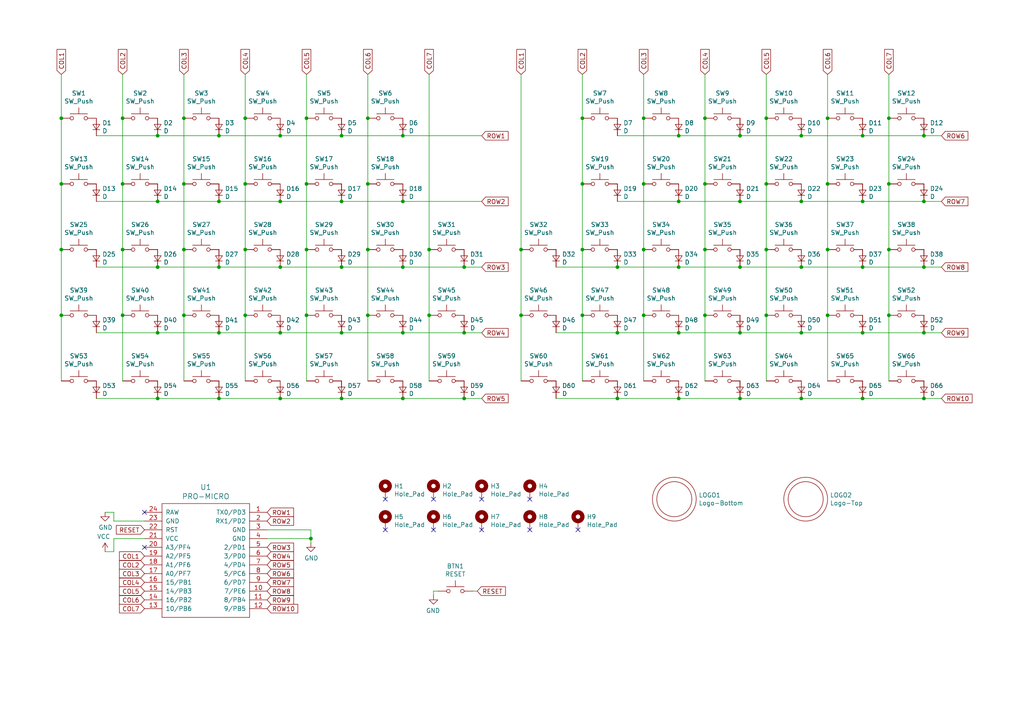
<source format=kicad_sch>
(kicad_sch (version 20211123) (generator eeschema)
  (paper "A4")
  (title_block (title "Morizon Choc") (date "2022-03-21") (rev "1.1") (company "skarrmann"))
  (junction (at 99.06 77.47))
  (junction (at 267.97 58.42))
  (junction (at 232.41 115.57))
  (junction (at 196.85 115.57))
  (junction (at 106.68 91.44))
  (junction (at 179.07 96.52))
  (junction (at 35.56 72.39))
  (junction (at 250.19 39.37))
  (junction (at 250.19 96.52))
  (junction (at 71.12 72.39))
  (junction (at 151.13 72.39))
  (junction (at 35.56 53.34))
  (junction (at 204.47 53.34))
  (junction (at 240.03 34.29))
  (junction (at 17.78 34.29))
  (junction (at 179.07 115.57))
  (junction (at 214.63 96.52))
  (junction (at 214.63 39.37))
  (junction (at 53.34 53.34))
  (junction (at 53.34 91.44))
  (junction (at 186.69 53.34))
  (junction (at 45.72 96.52))
  (junction (at 90.17 156.21))
  (junction (at 179.07 77.47))
  (junction (at 81.28 96.52))
  (junction (at 257.81 53.34))
  (junction (at 124.46 91.44))
  (junction (at 214.63 58.42))
  (junction (at 88.9 91.44))
  (junction (at 17.78 91.44))
  (junction (at 151.13 91.44))
  (junction (at 240.03 72.39))
  (junction (at 232.41 39.37))
  (junction (at 186.69 91.44))
  (junction (at 53.34 72.39))
  (junction (at 88.9 34.29))
  (junction (at 168.91 53.34))
  (junction (at 222.25 53.34))
  (junction (at 186.69 34.29))
  (junction (at 267.97 39.37))
  (junction (at 53.34 34.29))
  (junction (at 63.5 39.37))
  (junction (at 257.81 91.44))
  (junction (at 71.12 91.44))
  (junction (at 106.68 34.29))
  (junction (at 106.68 53.34))
  (junction (at 222.25 72.39))
  (junction (at 250.19 77.47))
  (junction (at 116.84 39.37))
  (junction (at 240.03 53.34))
  (junction (at 196.85 58.42))
  (junction (at 88.9 72.39))
  (junction (at 81.28 77.47))
  (junction (at 222.25 91.44))
  (junction (at 186.69 72.39))
  (junction (at 196.85 96.52))
  (junction (at 63.5 58.42))
  (junction (at 116.84 96.52))
  (junction (at 17.78 72.39))
  (junction (at 106.68 72.39))
  (junction (at 267.97 115.57))
  (junction (at 45.72 39.37))
  (junction (at 99.06 96.52))
  (junction (at 168.91 91.44))
  (junction (at 204.47 91.44))
  (junction (at 232.41 58.42))
  (junction (at 240.03 91.44))
  (junction (at 81.28 115.57))
  (junction (at 214.63 77.47))
  (junction (at 63.5 96.52))
  (junction (at 99.06 39.37))
  (junction (at 204.47 34.29))
  (junction (at 35.56 91.44))
  (junction (at 257.81 34.29))
  (junction (at 250.19 115.57))
  (junction (at 99.06 58.42))
  (junction (at 71.12 34.29))
  (junction (at 257.81 72.39))
  (junction (at 134.62 77.47))
  (junction (at 168.91 34.29))
  (junction (at 88.9 53.34))
  (junction (at 196.85 77.47))
  (junction (at 116.84 77.47))
  (junction (at 134.62 96.52))
  (junction (at 81.28 58.42))
  (junction (at 232.41 96.52))
  (junction (at 116.84 115.57))
  (junction (at 71.12 53.34))
  (junction (at 267.97 77.47))
  (junction (at 81.28 39.37))
  (junction (at 99.06 115.57))
  (junction (at 63.5 115.57))
  (junction (at 222.25 34.29))
  (junction (at 116.84 58.42))
  (junction (at 35.56 34.29))
  (junction (at 45.72 58.42))
  (junction (at 45.72 115.57))
  (junction (at 204.47 72.39))
  (junction (at 214.63 115.57))
  (junction (at 267.97 96.52))
  (junction (at 45.72 77.47))
  (junction (at 124.46 72.39))
  (junction (at 250.19 58.42))
  (junction (at 134.62 115.57))
  (junction (at 232.41 77.47))
  (junction (at 17.78 53.34))
  (junction (at 168.91 72.39))
  (junction (at 63.5 77.47))
  (junction (at 196.85 39.37))
  (no_connect (at 139.7 153.67))
  (no_connect (at 111.76 144.78))
  (no_connect (at 41.91 148.59))
  (no_connect (at 167.64 153.67))
  (no_connect (at 139.7 144.78))
  (no_connect (at 125.73 153.67))
  (no_connect (at 111.76 153.67))
  (no_connect (at 125.73 144.78))
  (no_connect (at 153.67 144.78))
  (no_connect (at 153.67 153.67))
  (no_connect (at 41.91 158.75))
  (wire (pts (xy 77.47 153.67) (xy 90.17 153.67)))
  (wire (pts (xy 45.72 39.37) (xy 63.5 39.37)))
  (wire (pts (xy 71.12 91.44) (xy 71.12 110.49)))
  (wire (pts (xy 267.97 77.47) (xy 273.05 77.47)))
  (wire (pts (xy 27.94 58.42) (xy 45.72 58.42)))
  (wire (pts (xy 267.97 39.37) (xy 273.05 39.37)))
  (wire (pts (xy 240.03 21.59) (xy 240.03 34.29)))
  (wire (pts (xy 196.85 77.47) (xy 214.63 77.47)))
  (wire (pts (xy 33.02 156.21) (xy 33.02 160.02)))
  (wire (pts (xy 88.9 21.59) (xy 88.9 34.29)))
  (wire (pts (xy 33.02 151.13) (xy 33.02 148.59)))
  (wire (pts (xy 196.85 39.37) (xy 214.63 39.37)))
  (wire (pts (xy 250.19 96.52) (xy 267.97 96.52)))
  (wire (pts (xy 134.62 96.52) (xy 139.7 96.52)))
  (wire (pts (xy 168.91 21.59) (xy 168.91 34.29)))
  (wire (pts (xy 35.56 53.34) (xy 35.56 72.39)))
  (wire (pts (xy 161.29 96.52) (xy 179.07 96.52)))
  (wire (pts (xy 63.5 58.42) (xy 81.28 58.42)))
  (wire (pts (xy 41.91 156.21) (xy 33.02 156.21)))
  (wire (pts (xy 71.12 34.29) (xy 71.12 53.34)))
  (wire (pts (xy 250.19 115.57) (xy 267.97 115.57)))
  (wire (pts (xy 232.41 77.47) (xy 250.19 77.47)))
  (wire (pts (xy 186.69 21.59) (xy 186.69 34.29)))
  (wire (pts (xy 99.06 96.52) (xy 116.84 96.52)))
  (wire (pts (xy 17.78 91.44) (xy 17.78 110.49)))
  (wire (pts (xy 179.07 77.47) (xy 196.85 77.47)))
  (wire (pts (xy 53.34 34.29) (xy 53.34 53.34)))
  (wire (pts (xy 257.81 34.29) (xy 257.81 53.34)))
  (wire (pts (xy 63.5 77.47) (xy 81.28 77.47)))
  (wire (pts (xy 186.69 34.29) (xy 186.69 53.34)))
  (wire (pts (xy 116.84 115.57) (xy 134.62 115.57)))
  (wire (pts (xy 204.47 72.39) (xy 204.47 91.44)))
  (wire (pts (xy 17.78 72.39) (xy 17.78 91.44)))
  (wire (pts (xy 116.84 77.47) (xy 134.62 77.47)))
  (wire (pts (xy 222.25 34.29) (xy 222.25 53.34)))
  (wire (pts (xy 267.97 58.42) (xy 273.05 58.42)))
  (wire (pts (xy 222.25 91.44) (xy 222.25 110.49)))
  (wire (pts (xy 240.03 34.29) (xy 240.03 53.34)))
  (wire (pts (xy 17.78 21.59) (xy 17.78 34.29)))
  (wire (pts (xy 53.34 72.39) (xy 53.34 91.44)))
  (wire (pts (xy 35.56 34.29) (xy 35.56 53.34)))
  (wire (pts (xy 186.69 91.44) (xy 186.69 110.49)))
  (wire (pts (xy 99.06 58.42) (xy 116.84 58.42)))
  (wire (pts (xy 35.56 72.39) (xy 35.56 91.44)))
  (wire (pts (xy 250.19 39.37) (xy 267.97 39.37)))
  (wire (pts (xy 204.47 21.59) (xy 204.47 34.29)))
  (wire (pts (xy 27.94 96.52) (xy 45.72 96.52)))
  (wire (pts (xy 232.41 96.52) (xy 250.19 96.52)))
  (wire (pts (xy 81.28 77.47) (xy 99.06 77.47)))
  (wire (pts (xy 179.07 39.37) (xy 196.85 39.37)))
  (wire (pts (xy 99.06 77.47) (xy 116.84 77.47)))
  (wire (pts (xy 33.02 148.59) (xy 30.48 148.59)))
  (wire (pts (xy 151.13 91.44) (xy 151.13 72.39)))
  (wire (pts (xy 186.69 72.39) (xy 186.69 91.44)))
  (wire (pts (xy 267.97 96.52) (xy 273.05 96.52)))
  (wire (pts (xy 179.07 96.52) (xy 196.85 96.52)))
  (wire (pts (xy 168.91 53.34) (xy 168.91 72.39)))
  (wire (pts (xy 168.91 72.39) (xy 168.91 91.44)))
  (wire (pts (xy 63.5 39.37) (xy 81.28 39.37)))
  (wire (pts (xy 77.47 156.21) (xy 90.17 156.21)))
  (wire (pts (xy 257.81 72.39) (xy 257.81 91.44)))
  (wire (pts (xy 90.17 156.21) (xy 90.17 157.48)))
  (wire (pts (xy 232.41 115.57) (xy 250.19 115.57)))
  (wire (pts (xy 222.25 21.59) (xy 222.25 34.29)))
  (wire (pts (xy 106.68 53.34) (xy 106.68 72.39)))
  (wire (pts (xy 138.43 171.45) (xy 137.16 171.45)))
  (wire (pts (xy 127 171.45) (xy 125.73 171.45)))
  (wire (pts (xy 41.91 151.13) (xy 33.02 151.13)))
  (wire (pts (xy 71.12 72.39) (xy 71.12 91.44)))
  (wire (pts (xy 250.19 77.47) (xy 267.97 77.47)))
  (wire (pts (xy 35.56 21.59) (xy 35.56 34.29)))
  (wire (pts (xy 204.47 34.29) (xy 204.47 53.34)))
  (wire (pts (xy 151.13 110.49) (xy 151.13 91.44)))
  (wire (pts (xy 196.85 58.42) (xy 214.63 58.42)))
  (wire (pts (xy 179.07 58.42) (xy 196.85 58.42)))
  (wire (pts (xy 81.28 96.52) (xy 99.06 96.52)))
  (wire (pts (xy 88.9 53.34) (xy 88.9 72.39)))
  (wire (pts (xy 204.47 91.44) (xy 204.47 110.49)))
  (wire (pts (xy 240.03 91.44) (xy 240.03 110.49)))
  (wire (pts (xy 124.46 21.59) (xy 124.46 72.39)))
  (wire (pts (xy 27.94 39.37) (xy 45.72 39.37)))
  (wire (pts (xy 179.07 115.57) (xy 196.85 115.57)))
  (wire (pts (xy 204.47 53.34) (xy 204.47 72.39)))
  (wire (pts (xy 116.84 96.52) (xy 134.62 96.52)))
  (wire (pts (xy 240.03 53.34) (xy 240.03 72.39)))
  (wire (pts (xy 214.63 58.42) (xy 232.41 58.42)))
  (wire (pts (xy 222.25 72.39) (xy 222.25 91.44)))
  (wire (pts (xy 27.94 77.47) (xy 45.72 77.47)))
  (wire (pts (xy 116.84 39.37) (xy 139.7 39.37)))
  (wire (pts (xy 45.72 58.42) (xy 63.5 58.42)))
  (wire (pts (xy 168.91 91.44) (xy 168.91 110.49)))
  (wire (pts (xy 214.63 96.52) (xy 232.41 96.52)))
  (wire (pts (xy 81.28 58.42) (xy 99.06 58.42)))
  (wire (pts (xy 250.19 58.42) (xy 267.97 58.42)))
  (wire (pts (xy 71.12 53.34) (xy 71.12 72.39)))
  (wire (pts (xy 214.63 39.37) (xy 232.41 39.37)))
  (wire (pts (xy 99.06 115.57) (xy 116.84 115.57)))
  (wire (pts (xy 257.81 91.44) (xy 257.81 110.49)))
  (wire (pts (xy 71.12 21.59) (xy 71.12 34.29)))
  (wire (pts (xy 45.72 115.57) (xy 63.5 115.57)))
  (wire (pts (xy 232.41 58.42) (xy 250.19 58.42)))
  (wire (pts (xy 27.94 115.57) (xy 45.72 115.57)))
  (wire (pts (xy 125.73 171.45) (xy 125.73 172.72)))
  (wire (pts (xy 81.28 115.57) (xy 99.06 115.57)))
  (wire (pts (xy 267.97 115.57) (xy 273.05 115.57)))
  (wire (pts (xy 116.84 58.42) (xy 139.7 58.42)))
  (wire (pts (xy 186.69 53.34) (xy 186.69 72.39)))
  (wire (pts (xy 214.63 77.47) (xy 232.41 77.47)))
  (wire (pts (xy 45.72 96.52) (xy 63.5 96.52)))
  (wire (pts (xy 90.17 153.67) (xy 90.17 156.21)))
  (wire (pts (xy 196.85 96.52) (xy 214.63 96.52)))
  (wire (pts (xy 240.03 72.39) (xy 240.03 91.44)))
  (wire (pts (xy 196.85 115.57) (xy 214.63 115.57)))
  (wire (pts (xy 124.46 91.44) (xy 124.46 110.49)))
  (wire (pts (xy 257.81 53.34) (xy 257.81 72.39)))
  (wire (pts (xy 81.28 39.37) (xy 99.06 39.37)))
  (wire (pts (xy 106.68 21.59) (xy 106.68 34.29)))
  (wire (pts (xy 134.62 77.47) (xy 139.7 77.47)))
  (wire (pts (xy 17.78 53.34) (xy 17.78 72.39)))
  (wire (pts (xy 161.29 115.57) (xy 179.07 115.57)))
  (wire (pts (xy 17.78 34.29) (xy 17.78 53.34)))
  (wire (pts (xy 257.81 21.59) (xy 257.81 34.29)))
  (wire (pts (xy 63.5 96.52) (xy 81.28 96.52)))
  (wire (pts (xy 33.02 160.02) (xy 30.48 160.02)))
  (wire (pts (xy 151.13 21.59) (xy 151.13 72.39)))
  (wire (pts (xy 88.9 72.39) (xy 88.9 91.44)))
  (wire (pts (xy 88.9 91.44) (xy 88.9 110.49)))
  (wire (pts (xy 106.68 72.39) (xy 106.68 91.44)))
  (wire (pts (xy 88.9 34.29) (xy 88.9 53.34)))
  (wire (pts (xy 134.62 115.57) (xy 139.7 115.57)))
  (wire (pts (xy 63.5 115.57) (xy 81.28 115.57)))
  (wire (pts (xy 124.46 72.39) (xy 124.46 91.44)))
  (wire (pts (xy 232.41 39.37) (xy 250.19 39.37)))
  (wire (pts (xy 106.68 91.44) (xy 106.68 110.49)))
  (wire (pts (xy 53.34 53.34) (xy 53.34 72.39)))
  (wire (pts (xy 53.34 21.59) (xy 53.34 34.29)))
  (wire (pts (xy 106.68 34.29) (xy 106.68 53.34)))
  (wire (pts (xy 99.06 39.37) (xy 116.84 39.37)))
  (wire (pts (xy 222.25 53.34) (xy 222.25 72.39)))
  (wire (pts (xy 35.56 91.44) (xy 35.56 110.49)))
  (wire (pts (xy 214.63 115.57) (xy 232.41 115.57)))
  (wire (pts (xy 168.91 34.29) (xy 168.91 53.34)))
  (wire (pts (xy 161.29 77.47) (xy 179.07 77.47)))
  (wire (pts (xy 45.72 77.47) (xy 63.5 77.47)))
  (wire (pts (xy 53.34 91.44) (xy 53.34 110.49)))
  (global_label "COL2" (shape input) (at 168.91 21.59 90) (property "Intersheet References" "${INTERSHEET_REFS}" (effects hide)))
  (global_label "RESET" (shape input) (at 138.43 171.45 0) (property "Intersheet References" "${INTERSHEET_REFS}" (effects hide)))
  (global_label "ROW2" (shape input) (at 77.47 151.13 0) (property "Intersheet References" "${INTERSHEET_REFS}" (effects hide)))
  (global_label "ROW9" (shape input) (at 77.47 173.99 0) (property "Intersheet References" "${INTERSHEET_REFS}" (effects hide)))
  (global_label "COL4" (shape input) (at 204.47 21.59 90) (property "Intersheet References" "${INTERSHEET_REFS}" (effects hide)))
  (global_label "ROW4" (shape input) (at 139.7 96.52 0) (property "Intersheet References" "${INTERSHEET_REFS}" (effects hide)))
  (global_label "ROW6" (shape input) (at 77.47 166.37 0) (property "Intersheet References" "${INTERSHEET_REFS}" (effects hide)))
  (global_label "COL7" (shape input) (at 124.46 21.59 90) (property "Intersheet References" "${INTERSHEET_REFS}" (effects hide)))
  (global_label "ROW2" (shape input) (at 139.7 58.42 0) (property "Intersheet References" "${INTERSHEET_REFS}" (effects hide)))
  (global_label "ROW3" (shape input) (at 77.47 158.75 0) (property "Intersheet References" "${INTERSHEET_REFS}" (effects hide)))
  (global_label "ROW1" (shape input) (at 139.7 39.37 0) (property "Intersheet References" "${INTERSHEET_REFS}" (effects hide)))
  (global_label "COL1" (shape input) (at 41.91 161.29 180) (property "Intersheet References" "${INTERSHEET_REFS}" (effects hide)))
  (global_label "ROW1" (shape input) (at 77.47 148.59 0) (property "Intersheet References" "${INTERSHEET_REFS}" (effects hide)))
  (global_label "COL1" (shape input) (at 17.78 21.59 90) (property "Intersheet References" "${INTERSHEET_REFS}" (effects hide)))
  (global_label "ROW3" (shape input) (at 139.7 77.47 0) (property "Intersheet References" "${INTERSHEET_REFS}" (effects hide)))
  (global_label "COL1" (shape input) (at 151.13 21.59 90) (property "Intersheet References" "${INTERSHEET_REFS}" (effects hide)))
  (global_label "ROW8" (shape input) (at 273.05 77.47 0) (property "Intersheet References" "${INTERSHEET_REFS}" (effects hide)))
  (global_label "COL5" (shape input) (at 41.91 171.45 180) (property "Intersheet References" "${INTERSHEET_REFS}" (effects hide)))
  (global_label "COL7" (shape input) (at 257.81 21.59 90) (property "Intersheet References" "${INTERSHEET_REFS}" (effects hide)))
  (global_label "COL6" (shape input) (at 240.03 21.59 90) (property "Intersheet References" "${INTERSHEET_REFS}" (effects hide)))
  (global_label "COL2" (shape input) (at 41.91 163.83 180) (property "Intersheet References" "${INTERSHEET_REFS}" (effects hide)))
  (global_label "COL2" (shape input) (at 35.56 21.59 90) (property "Intersheet References" "${INTERSHEET_REFS}" (effects hide)))
  (global_label "COL3" (shape input) (at 186.69 21.59 90) (property "Intersheet References" "${INTERSHEET_REFS}" (effects hide)))
  (global_label "COL5" (shape input) (at 222.25 21.59 90) (property "Intersheet References" "${INTERSHEET_REFS}" (effects hide)))
  (global_label "COL6" (shape input) (at 106.68 21.59 90) (property "Intersheet References" "${INTERSHEET_REFS}" (effects hide)))
  (global_label "ROW10" (shape input) (at 77.47 176.53 0) (property "Intersheet References" "${INTERSHEET_REFS}" (effects hide)))
  (global_label "ROW7" (shape input) (at 273.05 58.42 0) (property "Intersheet References" "${INTERSHEET_REFS}" (effects hide)))
  (global_label "ROW10" (shape input) (at 273.05 115.57 0) (property "Intersheet References" "${INTERSHEET_REFS}" (effects hide)))
  (global_label "COL3" (shape input) (at 53.34 21.59 90) (property "Intersheet References" "${INTERSHEET_REFS}" (effects hide)))
  (global_label "ROW5" (shape input) (at 77.47 163.83 0) (property "Intersheet References" "${INTERSHEET_REFS}" (effects hide)))
  (global_label "COL4" (shape input) (at 41.91 168.91 180) (property "Intersheet References" "${INTERSHEET_REFS}" (effects hide)))
  (global_label "ROW5" (shape input) (at 139.7 115.57 0) (property "Intersheet References" "${INTERSHEET_REFS}" (effects hide)))
  (global_label "COL4" (shape input) (at 71.12 21.59 90) (property "Intersheet References" "${INTERSHEET_REFS}" (effects hide)))
  (global_label "COL3" (shape input) (at 41.91 166.37 180) (property "Intersheet References" "${INTERSHEET_REFS}" (effects hide)))
  (global_label "ROW4" (shape input) (at 77.47 161.29 0) (property "Intersheet References" "${INTERSHEET_REFS}" (effects hide)))
  (global_label "ROW7" (shape input) (at 77.47 168.91 0) (property "Intersheet References" "${INTERSHEET_REFS}" (effects hide)))
  (global_label "ROW9" (shape input) (at 273.05 96.52 0) (property "Intersheet References" "${INTERSHEET_REFS}" (effects hide)))
  (global_label "COL6" (shape input) (at 41.91 173.99 180) (property "Intersheet References" "${INTERSHEET_REFS}" (effects hide)))
  (global_label "ROW6" (shape input) (at 273.05 39.37 0) (property "Intersheet References" "${INTERSHEET_REFS}" (effects hide)))
  (global_label "COL7" (shape input) (at 41.91 176.53 180) (property "Intersheet References" "${INTERSHEET_REFS}" (effects hide)))
  (global_label "COL5" (shape input) (at 88.9 21.59 90) (property "Intersheet References" "${INTERSHEET_REFS}" (effects hide)))
  (global_label "RESET" (shape input) (at 41.91 153.67 180) (property "Intersheet References" "${INTERSHEET_REFS}" (effects hide)))
  (global_label "ROW8" (shape input) (at 77.47 171.45 0) (property "Intersheet References" "${INTERSHEET_REFS}" (effects hide)))
  (symbol (lib_id "horizon-components:SW_Push") (at 22.86 34.29 0) (unit 1)
    (property "Reference" "SW1" (at 22.86 27.051 0))
    (property "Value" "SW_Push" (at 22.86 29.3624 0))
    (property "Footprint" "horizon-footprints:SW_Choc" (effects hide))
  )
  (symbol (lib_id "horizon-components:SW_Push") (at 132.08 171.45 0) (mirror y) (unit 1)
    (property "Reference" "BTN1" (at 132.08 164.211 0))
    (property "Value" "RESET" (at 132.08 166.5224 0))
    (property "Footprint" "horizon-footprints:SW_Push_6mm" (effects hide))
  )
  (symbol (lib_id "horizon-components:Pro-Micro") (at 59.69 162.56 0) (mirror y) (unit 1)
    (property "Reference" "U1" (at 59.69 141.3002 0) (effects (font (size 1.524 1.524))))
    (property "Value" "PRO-MICRO" (at 59.69 143.9926 0) (effects (font (size 1.524 1.524))))
    (property "Footprint" "horizon-footprints:Pro-Micro" (effects hide))
  )
  (symbol (lib_id "power:GND") (at 125.73 172.72 0) (mirror y) (unit 1)
    (property "Reference" "#PWR07" (effects hide))
    (property "Value" "GND" (at 125.603 177.1142 0))
  )
  (symbol (lib_id "power:GND") (at 90.17 157.48 0) (unit 1)
    (property "Reference" "#PWR04" (effects hide))
    (property "Value" "GND" (at 90.297 161.8742 0))
  )
  (symbol (lib_id "horizon-components:D") (at 27.94 36.83 90) (unit 1)
    (property "Reference" "D1" (at 29.6672 35.6616 90) (effects (justify right)))
    (property "Value" "D" (at 29.6672 37.973 90) (effects (justify right)))
    (property "Footprint" "horizon-footprints:D_SOD-123" (effects hide))
  )
  (symbol (lib_id "power:VCC") (at 30.48 160.02 0) (mirror y) (unit 1)
    (property "Reference" "#PWR05" (effects hide))
    (property "Value" "VCC" (at 30.0482 155.6258 0))
  )
  (symbol (lib_id "horizon-components:Hole_Pad") (at 111.76 142.24 0) (unit 1)
    (property "Reference" "H1" (at 114.3 140.9954 0) (effects (justify left)))
    (property "Value" "Hole_Pad" (at 114.3 143.3068 0) (effects (justify left)))
    (property "Footprint" "horizon-footprints:Mount_M2" (effects hide))
  )
  (symbol (lib_id "horizon-components:Hole_Pad") (at 125.73 142.24 0) (unit 1)
    (property "Reference" "H2" (at 128.27 140.9954 0) (effects (justify left)))
    (property "Value" "Hole_Pad" (at 128.27 143.3068 0) (effects (justify left)))
    (property "Footprint" "horizon-footprints:Mount_M2" (effects hide))
  )
  (symbol (lib_id "horizon-components:Hole_Pad") (at 139.7 142.24 0) (unit 1)
    (property "Reference" "H3" (at 142.24 140.9954 0) (effects (justify left)))
    (property "Value" "Hole_Pad" (at 142.24 143.3068 0) (effects (justify left)))
    (property "Footprint" "horizon-footprints:Mount_M2" (effects hide))
  )
  (symbol (lib_id "horizon-components:Hole_Pad") (at 153.67 142.24 0) (unit 1)
    (property "Reference" "H4" (at 156.21 140.9954 0) (effects (justify left)))
    (property "Value" "Hole_Pad" (at 156.21 143.3068 0) (effects (justify left)))
    (property "Footprint" "horizon-footprints:Mount_M2" (effects hide))
  )
  (symbol (lib_id "horizon-components:Logo") (at 195.58 144.78 0) (unit 1)
    (property "Reference" "LOGO1" (at 202.6412 143.6116 0) (effects (justify left)))
    (property "Value" "Logo-Bottom" (at 202.6412 145.923 0) (effects (justify left)))
    (property "Footprint" "horizon-footprints:Logo_Morizon_Small" (effects hide))
  )
  (symbol (lib_id "horizon-components:D") (at 45.72 36.83 90) (unit 1)
    (property "Reference" "D2" (at 47.4472 35.6616 90) (effects (justify right)))
    (property "Value" "D" (at 47.4472 37.973 90) (effects (justify right)))
    (property "Footprint" "horizon-footprints:D_SOD-123" (effects hide))
  )
  (symbol (lib_id "horizon-components:SW_Push") (at 40.64 34.29 0) (unit 1)
    (property "Reference" "SW2" (at 40.64 27.051 0))
    (property "Value" "SW_Push" (at 40.64 29.3624 0))
    (property "Footprint" "horizon-footprints:SW_Choc" (effects hide))
  )
  (symbol (lib_id "horizon-components:Logo") (at 233.68 144.78 0) (unit 1)
    (property "Reference" "LOGO2" (at 240.7412 143.6116 0) (effects (justify left)))
    (property "Value" "Logo-Top" (at 240.7412 145.923 0) (effects (justify left)))
    (property "Footprint" "horizon-footprints:Logo_Morizon_M" (effects hide))
  )
  (symbol (lib_id "horizon-components:Hole_Pad") (at 125.73 151.13 0) (unit 1)
    (property "Reference" "H6" (at 128.27 149.8854 0) (effects (justify left)))
    (property "Value" "Hole_Pad" (at 128.27 152.1968 0) (effects (justify left)))
    (property "Footprint" "horizon-footprints:Mount_M2" (effects hide))
  )
  (symbol (lib_id "horizon-components:Hole_Pad") (at 111.76 151.13 0) (unit 1)
    (property "Reference" "H5" (at 114.3 149.8854 0) (effects (justify left)))
    (property "Value" "Hole_Pad" (at 114.3 152.1968 0) (effects (justify left)))
    (property "Footprint" "horizon-footprints:Mount_M2" (effects hide))
  )
  (symbol (lib_id "horizon-components:Hole_Pad") (at 139.7 151.13 0) (unit 1)
    (property "Reference" "H7" (at 142.24 149.8854 0) (effects (justify left)))
    (property "Value" "Hole_Pad" (at 142.24 152.1968 0) (effects (justify left)))
    (property "Footprint" "horizon-footprints:Mount_M2" (effects hide))
  )
  (symbol (lib_id "horizon-components:Hole_Pad") (at 153.67 151.13 0) (unit 1)
    (property "Reference" "H8" (at 156.21 149.8854 0) (effects (justify left)))
    (property "Value" "Hole_Pad" (at 156.21 152.1968 0) (effects (justify left)))
    (property "Footprint" "horizon-footprints:Mount_M2" (effects hide))
  )
  (symbol (lib_id "power:GND") (at 30.48 148.59 0) (unit 1)
    (property "Reference" "#PWR03" (effects hide))
    (property "Value" "GND" (at 30.607 152.9842 0))
  )
  (symbol (lib_id "horizon-components:SW_Push") (at 58.42 34.29 0) (unit 1)
    (property "Reference" "SW3" (at 58.42 27.051 0))
    (property "Value" "SW_Push" (at 58.42 29.3624 0))
    (property "Footprint" "horizon-footprints:SW_Choc" (effects hide))
  )
  (symbol (lib_id "horizon-components:D") (at 63.5 36.83 90) (unit 1)
    (property "Reference" "D3" (at 65.2272 35.6616 90) (effects (justify right)))
    (property "Value" "D" (at 65.2272 37.973 90) (effects (justify right)))
    (property "Footprint" "horizon-footprints:D_SOD-123" (effects hide))
  )
  (symbol (lib_id "horizon-components:SW_Push") (at 76.2 34.29 0) (unit 1)
    (property "Reference" "SW4" (at 76.2 27.051 0))
    (property "Value" "SW_Push" (at 76.2 29.3624 0))
    (property "Footprint" "horizon-footprints:SW_Choc" (effects hide))
  )
  (symbol (lib_id "horizon-components:D") (at 81.28 36.83 90) (unit 1)
    (property "Reference" "D4" (at 83.0072 35.6616 90) (effects (justify right)))
    (property "Value" "D" (at 83.0072 37.973 90) (effects (justify right)))
    (property "Footprint" "horizon-footprints:D_SOD-123" (effects hide))
  )
  (symbol (lib_id "horizon-components:SW_Push") (at 93.98 34.29 0) (unit 1)
    (property "Reference" "SW5" (at 93.98 27.051 0))
    (property "Value" "SW_Push" (at 93.98 29.3624 0))
    (property "Footprint" "horizon-footprints:SW_Choc" (effects hide))
  )
  (symbol (lib_id "horizon-components:D") (at 99.06 36.83 90) (unit 1)
    (property "Reference" "D5" (at 100.7872 35.6616 90) (effects (justify right)))
    (property "Value" "D" (at 100.7872 37.973 90) (effects (justify right)))
    (property "Footprint" "horizon-footprints:D_SOD-123" (effects hide))
  )
  (symbol (lib_id "horizon-components:SW_Push") (at 111.76 34.29 0) (unit 1)
    (property "Reference" "SW6" (at 111.76 27.051 0))
    (property "Value" "SW_Push" (at 111.76 29.3624 0))
    (property "Footprint" "horizon-footprints:SW_Choc" (effects hide))
  )
  (symbol (lib_id "horizon-components:D") (at 116.84 36.83 90) (unit 1)
    (property "Reference" "D6" (at 118.5672 35.6616 90) (effects (justify right)))
    (property "Value" "D" (at 118.5672 37.973 90) (effects (justify right)))
    (property "Footprint" "horizon-footprints:D_SOD-123" (effects hide))
  )
  (symbol (lib_id "horizon-components:SW_Push") (at 173.99 34.29 0) (unit 1)
    (property "Reference" "SW7" (at 173.99 27.051 0))
    (property "Value" "SW_Push" (at 173.99 29.3624 0))
    (property "Footprint" "horizon-footprints:SW_Choc" (effects hide))
  )
  (symbol (lib_id "horizon-components:D") (at 179.07 36.83 90) (unit 1)
    (property "Reference" "D7" (at 180.7972 35.6616 90) (effects (justify right)))
    (property "Value" "D" (at 180.7972 37.973 90) (effects (justify right)))
    (property "Footprint" "horizon-footprints:D_SOD-123" (effects hide))
  )
  (symbol (lib_id "horizon-components:SW_Push") (at 191.77 34.29 0) (unit 1)
    (property "Reference" "SW8" (at 191.77 27.051 0))
    (property "Value" "SW_Push" (at 191.77 29.3624 0))
    (property "Footprint" "horizon-footprints:SW_Choc" (effects hide))
  )
  (symbol (lib_id "horizon-components:D") (at 196.85 36.83 90) (unit 1)
    (property "Reference" "D8" (at 198.5772 35.6616 90) (effects (justify right)))
    (property "Value" "D" (at 198.5772 37.973 90) (effects (justify right)))
    (property "Footprint" "horizon-footprints:D_SOD-123" (effects hide))
  )
  (symbol (lib_id "horizon-components:SW_Push") (at 209.55 34.29 0) (unit 1)
    (property "Reference" "SW9" (at 209.55 27.051 0))
    (property "Value" "SW_Push" (at 209.55 29.3624 0))
    (property "Footprint" "horizon-footprints:SW_Choc" (effects hide))
  )
  (symbol (lib_id "horizon-components:D") (at 214.63 36.83 90) (unit 1)
    (property "Reference" "D9" (at 216.3572 35.6616 90) (effects (justify right)))
    (property "Value" "D" (at 216.3572 37.973 90) (effects (justify right)))
    (property "Footprint" "horizon-footprints:D_SOD-123" (effects hide))
  )
  (symbol (lib_id "horizon-components:SW_Push") (at 227.33 34.29 0) (unit 1)
    (property "Reference" "SW10" (at 227.33 27.051 0))
    (property "Value" "SW_Push" (at 227.33 29.3624 0))
    (property "Footprint" "horizon-footprints:SW_Choc" (effects hide))
  )
  (symbol (lib_id "horizon-components:D") (at 232.41 36.83 90) (unit 1)
    (property "Reference" "D10" (at 234.1372 35.6616 90) (effects (justify right)))
    (property "Value" "D" (at 234.1372 37.973 90) (effects (justify right)))
    (property "Footprint" "horizon-footprints:D_SOD-123" (effects hide))
  )
  (symbol (lib_id "horizon-components:SW_Push") (at 245.11 34.29 0) (unit 1)
    (property "Reference" "SW11" (at 245.11 27.051 0))
    (property "Value" "SW_Push" (at 245.11 29.3624 0))
    (property "Footprint" "horizon-footprints:SW_Choc" (effects hide))
  )
  (symbol (lib_id "horizon-components:D") (at 250.19 36.83 90) (unit 1)
    (property "Reference" "D11" (at 251.9172 35.6616 90) (effects (justify right)))
    (property "Value" "D" (at 251.9172 37.973 90) (effects (justify right)))
    (property "Footprint" "horizon-footprints:D_SOD-123" (effects hide))
  )
  (symbol (lib_id "horizon-components:SW_Push") (at 262.89 34.29 0) (unit 1)
    (property "Reference" "SW12" (at 262.89 27.051 0))
    (property "Value" "SW_Push" (at 262.89 29.3624 0))
    (property "Footprint" "horizon-footprints:SW_Choc" (effects hide))
  )
  (symbol (lib_id "horizon-components:D") (at 267.97 36.83 90) (unit 1)
    (property "Reference" "D12" (at 269.6972 35.6616 90) (effects (justify right)))
    (property "Value" "D" (at 269.6972 37.973 90) (effects (justify right)))
    (property "Footprint" "horizon-footprints:D_SOD-123" (effects hide))
  )
  (symbol (lib_id "horizon-components:SW_Push") (at 22.86 53.34 0) (unit 1)
    (property "Reference" "SW13" (at 22.86 46.101 0))
    (property "Value" "SW_Push" (at 22.86 48.4124 0))
    (property "Footprint" "horizon-footprints:SW_Choc" (effects hide))
  )
  (symbol (lib_id "horizon-components:SW_Push") (at 40.64 53.34 0) (unit 1)
    (property "Reference" "SW14" (at 40.64 46.101 0))
    (property "Value" "SW_Push" (at 40.64 48.4124 0))
    (property "Footprint" "horizon-footprints:SW_Choc" (effects hide))
  )
  (symbol (lib_id "horizon-components:D") (at 45.72 55.88 90) (unit 1)
    (property "Reference" "D14" (at 47.4472 54.7116 90) (effects (justify right)))
    (property "Value" "D" (at 47.4472 57.023 90) (effects (justify right)))
    (property "Footprint" "horizon-footprints:D_SOD-123" (effects hide))
  )
  (symbol (lib_id "horizon-components:SW_Push") (at 58.42 53.34 0) (unit 1)
    (property "Reference" "SW15" (at 58.42 46.101 0))
    (property "Value" "SW_Push" (at 58.42 48.4124 0))
    (property "Footprint" "horizon-footprints:SW_Choc" (effects hide))
  )
  (symbol (lib_id "horizon-components:D") (at 63.5 55.88 90) (unit 1)
    (property "Reference" "D15" (at 65.2272 54.7116 90) (effects (justify right)))
    (property "Value" "D" (at 65.2272 57.023 90) (effects (justify right)))
    (property "Footprint" "horizon-footprints:D_SOD-123" (effects hide))
  )
  (symbol (lib_id "horizon-components:SW_Push") (at 76.2 53.34 0) (unit 1)
    (property "Reference" "SW16" (at 76.2 46.101 0))
    (property "Value" "SW_Push" (at 76.2 48.4124 0))
    (property "Footprint" "horizon-footprints:SW_Choc" (effects hide))
  )
  (symbol (lib_id "horizon-components:D") (at 81.28 55.88 90) (unit 1)
    (property "Reference" "D16" (at 83.0072 54.7116 90) (effects (justify right)))
    (property "Value" "D" (at 83.0072 57.023 90) (effects (justify right)))
    (property "Footprint" "horizon-footprints:D_SOD-123" (effects hide))
  )
  (symbol (lib_id "horizon-components:SW_Push") (at 93.98 53.34 0) (unit 1)
    (property "Reference" "SW17" (at 93.98 46.101 0))
    (property "Value" "SW_Push" (at 93.98 48.4124 0))
    (property "Footprint" "horizon-footprints:SW_Choc" (effects hide))
  )
  (symbol (lib_id "horizon-components:D") (at 99.06 55.88 90) (unit 1)
    (property "Reference" "D17" (at 100.7872 54.7116 90) (effects (justify right)))
    (property "Value" "D" (at 100.7872 57.023 90) (effects (justify right)))
    (property "Footprint" "horizon-footprints:D_SOD-123" (effects hide))
  )
  (symbol (lib_id "horizon-components:SW_Push") (at 111.76 53.34 0) (unit 1)
    (property "Reference" "SW18" (at 111.76 46.101 0))
    (property "Value" "SW_Push" (at 111.76 48.4124 0))
    (property "Footprint" "horizon-footprints:SW_Choc" (effects hide))
  )
  (symbol (lib_id "horizon-components:D") (at 116.84 55.88 90) (unit 1)
    (property "Reference" "D18" (at 118.5672 54.7116 90) (effects (justify right)))
    (property "Value" "D" (at 118.5672 57.023 90) (effects (justify right)))
    (property "Footprint" "horizon-footprints:D_SOD-123" (effects hide))
  )
  (symbol (lib_id "horizon-components:SW_Push") (at 173.99 53.34 0) (unit 1)
    (property "Reference" "SW19" (at 173.99 46.101 0))
    (property "Value" "SW_Push" (at 173.99 48.4124 0))
    (property "Footprint" "horizon-footprints:SW_Choc" (effects hide))
  )
  (symbol (lib_id "horizon-components:D") (at 179.07 55.88 90) (unit 1)
    (property "Reference" "D19" (at 180.7972 54.7116 90) (effects (justify right)))
    (property "Value" "D" (at 180.7972 57.023 90) (effects (justify right)))
    (property "Footprint" "horizon-footprints:D_SOD-123" (effects hide))
  )
  (symbol (lib_id "horizon-components:SW_Push") (at 191.77 53.34 0) (unit 1)
    (property "Reference" "SW20" (at 191.77 46.101 0))
    (property "Value" "SW_Push" (at 191.77 48.4124 0))
    (property "Footprint" "horizon-footprints:SW_Choc" (effects hide))
  )
  (symbol (lib_id "horizon-components:D") (at 196.85 55.88 90) (unit 1)
    (property "Reference" "D20" (at 198.5772 54.7116 90) (effects (justify right)))
    (property "Value" "D" (at 198.5772 57.023 90) (effects (justify right)))
    (property "Footprint" "horizon-footprints:D_SOD-123" (effects hide))
  )
  (symbol (lib_id "horizon-components:SW_Push") (at 209.55 53.34 0) (unit 1)
    (property "Reference" "SW21" (at 209.55 46.101 0))
    (property "Value" "SW_Push" (at 209.55 48.4124 0))
    (property "Footprint" "horizon-footprints:SW_Choc" (effects hide))
  )
  (symbol (lib_id "horizon-components:D") (at 214.63 55.88 90) (unit 1)
    (property "Reference" "D21" (at 216.3572 54.7116 90) (effects (justify right)))
    (property "Value" "D" (at 216.3572 57.023 90) (effects (justify right)))
    (property "Footprint" "horizon-footprints:D_SOD-123" (effects hide))
  )
  (symbol (lib_id "horizon-components:SW_Push") (at 227.33 53.34 0) (unit 1)
    (property "Reference" "SW22" (at 227.33 46.101 0))
    (property "Value" "SW_Push" (at 227.33 48.4124 0))
    (property "Footprint" "horizon-footprints:SW_Choc" (effects hide))
  )
  (symbol (lib_id "horizon-components:D") (at 232.41 55.88 90) (unit 1)
    (property "Reference" "D22" (at 234.1372 54.7116 90) (effects (justify right)))
    (property "Value" "D" (at 234.1372 57.023 90) (effects (justify right)))
    (property "Footprint" "horizon-footprints:D_SOD-123" (effects hide))
  )
  (symbol (lib_id "horizon-components:SW_Push") (at 245.11 53.34 0) (unit 1)
    (property "Reference" "SW23" (at 245.11 46.101 0))
    (property "Value" "SW_Push" (at 245.11 48.4124 0))
    (property "Footprint" "horizon-footprints:SW_Choc" (effects hide))
  )
  (symbol (lib_id "horizon-components:D") (at 250.19 55.88 90) (unit 1)
    (property "Reference" "D23" (at 251.9172 54.7116 90) (effects (justify right)))
    (property "Value" "D" (at 251.9172 57.023 90) (effects (justify right)))
    (property "Footprint" "horizon-footprints:D_SOD-123" (effects hide))
  )
  (symbol (lib_id "horizon-components:SW_Push") (at 262.89 53.34 0) (unit 1)
    (property "Reference" "SW24" (at 262.89 46.101 0))
    (property "Value" "SW_Push" (at 262.89 48.4124 0))
    (property "Footprint" "horizon-footprints:SW_Choc" (effects hide))
  )
  (symbol (lib_id "horizon-components:D") (at 267.97 55.88 90) (unit 1)
    (property "Reference" "D24" (at 269.6972 54.7116 90) (effects (justify right)))
    (property "Value" "D" (at 269.6972 57.023 90) (effects (justify right)))
    (property "Footprint" "horizon-footprints:D_SOD-123" (effects hide))
  )
  (symbol (lib_id "horizon-components:SW_Push") (at 22.86 72.39 0) (unit 1)
    (property "Reference" "SW25" (at 22.86 65.151 0))
    (property "Value" "SW_Push" (at 22.86 67.4624 0))
    (property "Footprint" "horizon-footprints:SW_Choc" (effects hide))
  )
  (symbol (lib_id "horizon-components:D") (at 27.94 74.93 90) (unit 1)
    (property "Reference" "D25" (at 29.6672 73.7616 90) (effects (justify right)))
    (property "Value" "D" (at 29.6672 76.073 90) (effects (justify right)))
    (property "Footprint" "horizon-footprints:D_SOD-123" (effects hide))
  )
  (symbol (lib_id "horizon-components:SW_Push") (at 40.64 72.39 0) (unit 1)
    (property "Reference" "SW26" (at 40.64 65.151 0))
    (property "Value" "SW_Push" (at 40.64 67.4624 0))
    (property "Footprint" "horizon-footprints:SW_Choc" (effects hide))
  )
  (symbol (lib_id "horizon-components:D") (at 45.72 74.93 90) (unit 1)
    (property "Reference" "D26" (at 47.4472 73.7616 90) (effects (justify right)))
    (property "Value" "D" (at 47.4472 76.073 90) (effects (justify right)))
    (property "Footprint" "horizon-footprints:D_SOD-123" (effects hide))
  )
  (symbol (lib_id "horizon-components:SW_Push") (at 58.42 72.39 0) (unit 1)
    (property "Reference" "SW27" (at 58.42 65.151 0))
    (property "Value" "SW_Push" (at 58.42 67.4624 0))
    (property "Footprint" "horizon-footprints:SW_Choc" (effects hide))
  )
  (symbol (lib_id "horizon-components:D") (at 63.5 74.93 90) (unit 1)
    (property "Reference" "D27" (at 65.2272 73.7616 90) (effects (justify right)))
    (property "Value" "D" (at 65.2272 76.073 90) (effects (justify right)))
    (property "Footprint" "horizon-footprints:D_SOD-123" (effects hide))
  )
  (symbol (lib_id "horizon-components:SW_Push") (at 76.2 72.39 0) (unit 1)
    (property "Reference" "SW28" (at 76.2 65.151 0))
    (property "Value" "SW_Push" (at 76.2 67.4624 0))
    (property "Footprint" "horizon-footprints:SW_Choc" (effects hide))
  )
  (symbol (lib_id "horizon-components:D") (at 81.28 74.93 90) (unit 1)
    (property "Reference" "D28" (at 83.0072 73.7616 90) (effects (justify right)))
    (property "Value" "D" (at 83.0072 76.073 90) (effects (justify right)))
    (property "Footprint" "horizon-footprints:D_SOD-123" (effects hide))
  )
  (symbol (lib_id "horizon-components:SW_Push") (at 93.98 72.39 0) (unit 1)
    (property "Reference" "SW29" (at 93.98 65.151 0))
    (property "Value" "SW_Push" (at 93.98 67.4624 0))
    (property "Footprint" "horizon-footprints:SW_Choc" (effects hide))
  )
  (symbol (lib_id "horizon-components:D") (at 99.06 74.93 90) (unit 1)
    (property "Reference" "D29" (at 100.7872 73.7616 90) (effects (justify right)))
    (property "Value" "D" (at 100.7872 76.073 90) (effects (justify right)))
    (property "Footprint" "horizon-footprints:D_SOD-123" (effects hide))
  )
  (symbol (lib_id "horizon-components:SW_Push") (at 111.76 72.39 0) (unit 1)
    (property "Reference" "SW30" (at 111.76 65.151 0))
    (property "Value" "SW_Push" (at 111.76 67.4624 0))
    (property "Footprint" "horizon-footprints:SW_Choc" (effects hide))
  )
  (symbol (lib_id "horizon-components:D") (at 116.84 74.93 90) (unit 1)
    (property "Reference" "D30" (at 118.5672 73.7616 90) (effects (justify right)))
    (property "Value" "D" (at 118.5672 76.073 90) (effects (justify right)))
    (property "Footprint" "horizon-footprints:D_SOD-123" (effects hide))
  )
  (symbol (lib_id "horizon-components:SW_Push") (at 129.54 72.39 0) (unit 1)
    (property "Reference" "SW31" (at 129.54 65.151 0))
    (property "Value" "SW_Push" (at 129.54 67.4624 0))
    (property "Footprint" "horizon-footprints:SW_Choc" (effects hide))
  )
  (symbol (lib_id "horizon-components:D") (at 134.62 74.93 90) (unit 1)
    (property "Reference" "D31" (at 136.3472 73.7616 90) (effects (justify right)))
    (property "Value" "D" (at 136.3472 76.073 90) (effects (justify right)))
    (property "Footprint" "horizon-footprints:D_SOD-123" (effects hide))
  )
  (symbol (lib_id "horizon-components:SW_Push") (at 156.21 72.39 0) (unit 1)
    (property "Reference" "SW32" (at 156.21 65.151 0))
    (property "Value" "SW_Push" (at 156.21 67.4624 0))
    (property "Footprint" "horizon-footprints:SW_Choc" (effects hide))
  )
  (symbol (lib_id "horizon-components:D") (at 161.29 74.93 90) (unit 1)
    (property "Reference" "D32" (at 163.0172 73.7616 90) (effects (justify right)))
    (property "Value" "D" (at 163.0172 76.073 90) (effects (justify right)))
    (property "Footprint" "horizon-footprints:D_SOD-123" (effects hide))
  )
  (symbol (lib_id "horizon-components:SW_Push") (at 173.99 72.39 0) (unit 1)
    (property "Reference" "SW33" (at 173.99 65.151 0))
    (property "Value" "SW_Push" (at 173.99 67.4624 0))
    (property "Footprint" "horizon-footprints:SW_Choc" (effects hide))
  )
  (symbol (lib_id "horizon-components:D") (at 179.07 74.93 90) (unit 1)
    (property "Reference" "D33" (at 180.7972 73.7616 90) (effects (justify right)))
    (property "Value" "D" (at 180.7972 76.073 90) (effects (justify right)))
    (property "Footprint" "horizon-footprints:D_SOD-123" (effects hide))
  )
  (symbol (lib_id "horizon-components:SW_Push") (at 191.77 72.39 0) (unit 1)
    (property "Reference" "SW34" (at 191.77 65.151 0))
    (property "Value" "SW_Push" (at 191.77 67.4624 0))
    (property "Footprint" "horizon-footprints:SW_Choc" (effects hide))
  )
  (symbol (lib_id "horizon-components:D") (at 196.85 74.93 90) (unit 1)
    (property "Reference" "D34" (at 198.5772 73.7616 90) (effects (justify right)))
    (property "Value" "D" (at 198.5772 76.073 90) (effects (justify right)))
    (property "Footprint" "horizon-footprints:D_SOD-123" (effects hide))
  )
  (symbol (lib_id "horizon-components:SW_Push") (at 209.55 72.39 0) (unit 1)
    (property "Reference" "SW35" (at 209.55 65.151 0))
    (property "Value" "SW_Push" (at 209.55 67.4624 0))
    (property "Footprint" "horizon-footprints:SW_Choc" (effects hide))
  )
  (symbol (lib_id "horizon-components:D") (at 214.63 74.93 90) (unit 1)
    (property "Reference" "D35" (at 216.3572 73.7616 90) (effects (justify right)))
    (property "Value" "D" (at 216.3572 76.073 90) (effects (justify right)))
    (property "Footprint" "horizon-footprints:D_SOD-123" (effects hide))
  )
  (symbol (lib_id "horizon-components:SW_Push") (at 227.33 72.39 0) (unit 1)
    (property "Reference" "SW36" (at 227.33 65.151 0))
    (property "Value" "SW_Push" (at 227.33 67.4624 0))
    (property "Footprint" "horizon-footprints:SW_Choc" (effects hide))
  )
  (symbol (lib_id "horizon-components:D") (at 232.41 74.93 90) (unit 1)
    (property "Reference" "D36" (at 234.1372 73.7616 90) (effects (justify right)))
    (property "Value" "D" (at 234.1372 76.073 90) (effects (justify right)))
    (property "Footprint" "horizon-footprints:D_SOD-123" (effects hide))
  )
  (symbol (lib_id "horizon-components:SW_Push") (at 245.11 72.39 0) (unit 1)
    (property "Reference" "SW37" (at 245.11 65.151 0))
    (property "Value" "SW_Push" (at 245.11 67.4624 0))
    (property "Footprint" "horizon-footprints:SW_Choc" (effects hide))
  )
  (symbol (lib_id "horizon-components:D") (at 250.19 74.93 90) (unit 1)
    (property "Reference" "D37" (at 251.9172 73.7616 90) (effects (justify right)))
    (property "Value" "D" (at 251.9172 76.073 90) (effects (justify right)))
    (property "Footprint" "horizon-footprints:D_SOD-123" (effects hide))
  )
  (symbol (lib_id "horizon-components:SW_Push") (at 262.89 72.39 0) (unit 1)
    (property "Reference" "SW38" (at 262.89 65.151 0))
    (property "Value" "SW_Push" (at 262.89 67.4624 0))
    (property "Footprint" "horizon-footprints:SW_Choc" (effects hide))
  )
  (symbol (lib_id "horizon-components:D") (at 267.97 74.93 90) (unit 1)
    (property "Reference" "D38" (at 269.6972 73.7616 90) (effects (justify right)))
    (property "Value" "D" (at 269.6972 76.073 90) (effects (justify right)))
    (property "Footprint" "horizon-footprints:D_SOD-123" (effects hide))
  )
  (symbol (lib_id "horizon-components:SW_Push") (at 22.86 91.44 0) (unit 1)
    (property "Reference" "SW39" (at 22.86 84.201 0))
    (property "Value" "SW_Push" (at 22.86 86.5124 0))
    (property "Footprint" "horizon-footprints:SW_Choc" (effects hide))
  )
  (symbol (lib_id "horizon-components:D") (at 27.94 93.98 90) (unit 1)
    (property "Reference" "D39" (at 29.6672 92.8116 90) (effects (justify right)))
    (property "Value" "D" (at 29.6672 95.123 90) (effects (justify right)))
    (property "Footprint" "horizon-footprints:D_SOD-123" (effects hide))
  )
  (symbol (lib_id "horizon-components:SW_Push") (at 40.64 91.44 0) (unit 1)
    (property "Reference" "SW40" (at 40.64 84.201 0))
    (property "Value" "SW_Push" (at 40.64 86.5124 0))
    (property "Footprint" "horizon-footprints:SW_Choc" (effects hide))
  )
  (symbol (lib_id "horizon-components:D") (at 45.72 93.98 90) (unit 1)
    (property "Reference" "D40" (at 47.4472 92.8116 90) (effects (justify right)))
    (property "Value" "D" (at 47.4472 95.123 90) (effects (justify right)))
    (property "Footprint" "horizon-footprints:D_SOD-123" (effects hide))
  )
  (symbol (lib_id "horizon-components:SW_Push") (at 58.42 91.44 0) (unit 1)
    (property "Reference" "SW41" (at 58.42 84.201 0))
    (property "Value" "SW_Push" (at 58.42 86.5124 0))
    (property "Footprint" "horizon-footprints:SW_Choc" (effects hide))
  )
  (symbol (lib_id "horizon-components:D") (at 63.5 93.98 90) (unit 1)
    (property "Reference" "D41" (at 65.2272 92.8116 90) (effects (justify right)))
    (property "Value" "D" (at 65.2272 95.123 90) (effects (justify right)))
    (property "Footprint" "horizon-footprints:D_SOD-123" (effects hide))
  )
  (symbol (lib_id "horizon-components:SW_Push") (at 76.2 91.44 0) (unit 1)
    (property "Reference" "SW42" (at 76.2 84.201 0))
    (property "Value" "SW_Push" (at 76.2 86.5124 0))
    (property "Footprint" "horizon-footprints:SW_Choc" (effects hide))
  )
  (symbol (lib_id "horizon-components:D") (at 81.28 93.98 90) (unit 1)
    (property "Reference" "D42" (at 83.0072 92.8116 90) (effects (justify right)))
    (property "Value" "D" (at 83.0072 95.123 90) (effects (justify right)))
    (property "Footprint" "horizon-footprints:D_SOD-123" (effects hide))
  )
  (symbol (lib_id "horizon-components:SW_Push") (at 93.98 91.44 0) (unit 1)
    (property "Reference" "SW43" (at 93.98 84.201 0))
    (property "Value" "SW_Push" (at 93.98 86.5124 0))
    (property "Footprint" "horizon-footprints:SW_Choc" (effects hide))
  )
  (symbol (lib_id "horizon-components:D") (at 99.06 93.98 90) (unit 1)
    (property "Reference" "D43" (at 100.7872 92.8116 90) (effects (justify right)))
    (property "Value" "D" (at 100.7872 95.123 90) (effects (justify right)))
    (property "Footprint" "horizon-footprints:D_SOD-123" (effects hide))
  )
  (symbol (lib_id "horizon-components:SW_Push") (at 111.76 91.44 0) (unit 1)
    (property "Reference" "SW44" (at 111.76 84.201 0))
    (property "Value" "SW_Push" (at 111.76 86.5124 0))
    (property "Footprint" "horizon-footprints:SW_Choc" (effects hide))
  )
  (symbol (lib_id "horizon-components:D") (at 116.84 93.98 90) (unit 1)
    (property "Reference" "D44" (at 118.5672 92.8116 90) (effects (justify right)))
    (property "Value" "D" (at 118.5672 95.123 90) (effects (justify right)))
    (property "Footprint" "horizon-footprints:D_SOD-123" (effects hide))
  )
  (symbol (lib_id "horizon-components:SW_Push") (at 129.54 91.44 0) (unit 1)
    (property "Reference" "SW45" (at 129.54 84.201 0))
    (property "Value" "SW_Push" (at 129.54 86.5124 0))
    (property "Footprint" "horizon-footprints:SW_Choc" (effects hide))
  )
  (symbol (lib_id "horizon-components:D") (at 134.62 93.98 90) (unit 1)
    (property "Reference" "D45" (at 136.3472 92.8116 90) (effects (justify right)))
    (property "Value" "D" (at 136.3472 95.123 90) (effects (justify right)))
    (property "Footprint" "horizon-footprints:D_SOD-123" (effects hide))
  )
  (symbol (lib_id "horizon-components:SW_Push") (at 156.21 91.44 0) (unit 1)
    (property "Reference" "SW46" (at 156.21 84.201 0))
    (property "Value" "SW_Push" (at 156.21 86.5124 0))
    (property "Footprint" "horizon-footprints:SW_Choc" (effects hide))
  )
  (symbol (lib_id "horizon-components:D") (at 161.29 93.98 90) (unit 1)
    (property "Reference" "D46" (at 163.0172 92.8116 90) (effects (justify right)))
    (property "Value" "D" (at 163.0172 95.123 90) (effects (justify right)))
    (property "Footprint" "horizon-footprints:D_SOD-123" (effects hide))
  )
  (symbol (lib_id "horizon-components:SW_Push") (at 173.99 91.44 0) (unit 1)
    (property "Reference" "SW47" (at 173.99 84.201 0))
    (property "Value" "SW_Push" (at 173.99 86.5124 0))
    (property "Footprint" "horizon-footprints:SW_Choc" (effects hide))
  )
  (symbol (lib_id "horizon-components:D") (at 179.07 93.98 90) (unit 1)
    (property "Reference" "D47" (at 180.7972 92.8116 90) (effects (justify right)))
    (property "Value" "D" (at 180.7972 95.123 90) (effects (justify right)))
    (property "Footprint" "horizon-footprints:D_SOD-123" (effects hide))
  )
  (symbol (lib_id "horizon-components:SW_Push") (at 191.77 91.44 0) (unit 1)
    (property "Reference" "SW48" (at 191.77 84.201 0))
    (property "Value" "SW_Push" (at 191.77 86.5124 0))
    (property "Footprint" "horizon-footprints:SW_Choc" (effects hide))
  )
  (symbol (lib_id "horizon-components:D") (at 196.85 93.98 90) (unit 1)
    (property "Reference" "D48" (at 198.5772 92.8116 90) (effects (justify right)))
    (property "Value" "D" (at 198.5772 95.123 90) (effects (justify right)))
    (property "Footprint" "horizon-footprints:D_SOD-123" (effects hide))
  )
  (symbol (lib_id "horizon-components:SW_Push") (at 209.55 91.44 0) (unit 1)
    (property "Reference" "SW49" (at 209.55 84.201 0))
    (property "Value" "SW_Push" (at 209.55 86.5124 0))
    (property "Footprint" "horizon-footprints:SW_Choc" (effects hide))
  )
  (symbol (lib_id "horizon-components:D") (at 214.63 93.98 90) (unit 1)
    (property "Reference" "D49" (at 216.3572 92.8116 90) (effects (justify right)))
    (property "Value" "D" (at 216.3572 95.123 90) (effects (justify right)))
    (property "Footprint" "horizon-footprints:D_SOD-123" (effects hide))
  )
  (symbol (lib_id "horizon-components:SW_Push") (at 227.33 91.44 0) (unit 1)
    (property "Reference" "SW50" (at 227.33 84.201 0))
    (property "Value" "SW_Push" (at 227.33 86.5124 0))
    (property "Footprint" "horizon-footprints:SW_Choc" (effects hide))
  )
  (symbol (lib_id "horizon-components:D") (at 232.41 93.98 90) (unit 1)
    (property "Reference" "D50" (at 234.1372 92.8116 90) (effects (justify right)))
    (property "Value" "D" (at 234.1372 95.123 90) (effects (justify right)))
    (property "Footprint" "horizon-footprints:D_SOD-123" (effects hide))
  )
  (symbol (lib_id "horizon-components:SW_Push") (at 245.11 91.44 0) (unit 1)
    (property "Reference" "SW51" (at 245.11 84.201 0))
    (property "Value" "SW_Push" (at 245.11 86.5124 0))
    (property "Footprint" "horizon-footprints:SW_Choc" (effects hide))
  )
  (symbol (lib_id "horizon-components:D") (at 250.19 93.98 90) (unit 1)
    (property "Reference" "D51" (at 251.9172 92.8116 90) (effects (justify right)))
    (property "Value" "D" (at 251.9172 95.123 90) (effects (justify right)))
    (property "Footprint" "horizon-footprints:D_SOD-123" (effects hide))
  )
  (symbol (lib_id "horizon-components:SW_Push") (at 262.89 91.44 0) (unit 1)
    (property "Reference" "SW52" (at 262.89 84.201 0))
    (property "Value" "SW_Push" (at 262.89 86.5124 0))
    (property "Footprint" "horizon-footprints:SW_Choc" (effects hide))
  )
  (symbol (lib_id "horizon-components:D") (at 267.97 93.98 90) (unit 1)
    (property "Reference" "D52" (at 269.6972 92.8116 90) (effects (justify right)))
    (property "Value" "D" (at 269.6972 95.123 90) (effects (justify right)))
    (property "Footprint" "horizon-footprints:D_SOD-123" (effects hide))
  )
  (symbol (lib_id "horizon-components:SW_Push") (at 22.86 110.49 0) (unit 1)
    (property "Reference" "SW53" (at 22.86 103.251 0))
    (property "Value" "SW_Push" (at 22.86 105.5624 0))
    (property "Footprint" "horizon-footprints:SW_Choc" (effects hide))
  )
  (symbol (lib_id "horizon-components:D") (at 27.94 113.03 90) (unit 1)
    (property "Reference" "D53" (at 29.6672 111.8616 90) (effects (justify right)))
    (property "Value" "D" (at 29.6672 114.173 90) (effects (justify right)))
    (property "Footprint" "horizon-footprints:D_SOD-123" (effects hide))
  )
  (symbol (lib_id "horizon-components:SW_Push") (at 40.64 110.49 0) (unit 1)
    (property "Reference" "SW54" (at 40.64 103.251 0))
    (property "Value" "SW_Push" (at 40.64 105.5624 0))
    (property "Footprint" "horizon-footprints:SW_Choc" (effects hide))
  )
  (symbol (lib_id "horizon-components:D") (at 45.72 113.03 90) (unit 1)
    (property "Reference" "D54" (at 47.4472 111.8616 90) (effects (justify right)))
    (property "Value" "D" (at 47.4472 114.173 90) (effects (justify right)))
    (property "Footprint" "horizon-footprints:D_SOD-123" (effects hide))
  )
  (symbol (lib_id "horizon-components:SW_Push") (at 58.42 110.49 0) (unit 1)
    (property "Reference" "SW55" (at 58.42 103.251 0))
    (property "Value" "SW_Push" (at 58.42 105.5624 0))
    (property "Footprint" "horizon-footprints:SW_Choc" (effects hide))
  )
  (symbol (lib_id "horizon-components:D") (at 63.5 113.03 90) (unit 1)
    (property "Reference" "D55" (at 65.2272 111.8616 90) (effects (justify right)))
    (property "Value" "D" (at 65.2272 114.173 90) (effects (justify right)))
    (property "Footprint" "horizon-footprints:D_SOD-123" (effects hide))
  )
  (symbol (lib_id "horizon-components:SW_Push") (at 76.2 110.49 0) (unit 1)
    (property "Reference" "SW56" (at 76.2 103.251 0))
    (property "Value" "SW_Push" (at 76.2 105.5624 0))
    (property "Footprint" "horizon-footprints:SW_Choc" (effects hide))
  )
  (symbol (lib_id "horizon-components:D") (at 81.28 113.03 90) (unit 1)
    (property "Reference" "D56" (at 83.0072 111.8616 90) (effects (justify right)))
    (property "Value" "D" (at 83.0072 114.173 90) (effects (justify right)))
    (property "Footprint" "horizon-footprints:D_SOD-123" (effects hide))
  )
  (symbol (lib_id "horizon-components:SW_Push") (at 93.98 110.49 0) (unit 1)
    (property "Reference" "SW57" (at 93.98 103.251 0))
    (property "Value" "SW_Push" (at 93.98 105.5624 0))
    (property "Footprint" "horizon-footprints:SW_Choc" (effects hide))
  )
  (symbol (lib_id "horizon-components:D") (at 99.06 113.03 90) (unit 1)
    (property "Reference" "D57" (at 100.7872 111.8616 90) (effects (justify right)))
    (property "Value" "D" (at 100.7872 114.173 90) (effects (justify right)))
    (property "Footprint" "horizon-footprints:D_SOD-123" (effects hide))
  )
  (symbol (lib_id "horizon-components:SW_Push") (at 111.76 110.49 0) (unit 1)
    (property "Reference" "SW58" (at 111.76 103.251 0))
    (property "Value" "SW_Push" (at 111.76 105.5624 0))
    (property "Footprint" "horizon-footprints:SW_Choc" (effects hide))
  )
  (symbol (lib_id "horizon-components:D") (at 116.84 113.03 90) (unit 1)
    (property "Reference" "D58" (at 118.5672 111.8616 90) (effects (justify right)))
    (property "Value" "D" (at 118.5672 114.173 90) (effects (justify right)))
    (property "Footprint" "horizon-footprints:D_SOD-123" (effects hide))
  )
  (symbol (lib_id "horizon-components:SW_Push") (at 129.54 110.49 0) (unit 1)
    (property "Reference" "SW59" (at 129.54 103.251 0))
    (property "Value" "SW_Push" (at 129.54 105.5624 0))
    (property "Footprint" "horizon-footprints:SW_Choc" (effects hide))
  )
  (symbol (lib_id "horizon-components:D") (at 134.62 113.03 90) (unit 1)
    (property "Reference" "D59" (at 136.3472 111.8616 90) (effects (justify right)))
    (property "Value" "D" (at 136.3472 114.173 90) (effects (justify right)))
    (property "Footprint" "horizon-footprints:D_SOD-123" (effects hide))
  )
  (symbol (lib_id "horizon-components:SW_Push") (at 156.21 110.49 0) (unit 1)
    (property "Reference" "SW60" (at 156.21 103.251 0))
    (property "Value" "SW_Push" (at 156.21 105.5624 0))
    (property "Footprint" "horizon-footprints:SW_Choc" (effects hide))
  )
  (symbol (lib_id "horizon-components:D") (at 161.29 113.03 90) (unit 1)
    (property "Reference" "D60" (at 163.0172 111.8616 90) (effects (justify right)))
    (property "Value" "D" (at 163.0172 114.173 90) (effects (justify right)))
    (property "Footprint" "horizon-footprints:D_SOD-123" (effects hide))
  )
  (symbol (lib_id "horizon-components:SW_Push") (at 173.99 110.49 0) (unit 1)
    (property "Reference" "SW61" (at 173.99 103.251 0))
    (property "Value" "SW_Push" (at 173.99 105.5624 0))
    (property "Footprint" "horizon-footprints:SW_Choc" (effects hide))
  )
  (symbol (lib_id "horizon-components:D") (at 179.07 113.03 90) (unit 1)
    (property "Reference" "D61" (at 180.7972 111.8616 90) (effects (justify right)))
    (property "Value" "D" (at 180.7972 114.173 90) (effects (justify right)))
    (property "Footprint" "horizon-footprints:D_SOD-123" (effects hide))
  )
  (symbol (lib_id "horizon-components:SW_Push") (at 191.77 110.49 0) (unit 1)
    (property "Reference" "SW62" (at 191.77 103.251 0))
    (property "Value" "SW_Push" (at 191.77 105.5624 0))
    (property "Footprint" "horizon-footprints:SW_Choc" (effects hide))
  )
  (symbol (lib_id "horizon-components:D") (at 196.85 113.03 90) (unit 1)
    (property "Reference" "D62" (at 198.5772 111.8616 90) (effects (justify right)))
    (property "Value" "D" (at 198.5772 114.173 90) (effects (justify right)))
    (property "Footprint" "horizon-footprints:D_SOD-123" (effects hide))
  )
  (symbol (lib_id "horizon-components:SW_Push") (at 209.55 110.49 0) (unit 1)
    (property "Reference" "SW63" (at 209.55 103.251 0))
    (property "Value" "SW_Push" (at 209.55 105.5624 0))
    (property "Footprint" "horizon-footprints:SW_Choc" (effects hide))
  )
  (symbol (lib_id "horizon-components:D") (at 214.63 113.03 90) (unit 1)
    (property "Reference" "D63" (at 216.3572 111.8616 90) (effects (justify right)))
    (property "Value" "D" (at 216.3572 114.173 90) (effects (justify right)))
    (property "Footprint" "horizon-footprints:D_SOD-123" (effects hide))
  )
  (symbol (lib_id "horizon-components:SW_Push") (at 227.33 110.49 0) (unit 1)
    (property "Reference" "SW64" (at 227.33 103.251 0))
    (property "Value" "SW_Push" (at 227.33 105.5624 0))
    (property "Footprint" "horizon-footprints:SW_Choc" (effects hide))
  )
  (symbol (lib_id "horizon-components:D") (at 232.41 113.03 90) (unit 1)
    (property "Reference" "D64" (at 234.1372 111.8616 90) (effects (justify right)))
    (property "Value" "D" (at 234.1372 114.173 90) (effects (justify right)))
    (property "Footprint" "horizon-footprints:D_SOD-123" (effects hide))
  )
  (symbol (lib_id "horizon-components:SW_Push") (at 245.11 110.49 0) (unit 1)
    (property "Reference" "SW65" (at 245.11 103.251 0))
    (property "Value" "SW_Push" (at 245.11 105.5624 0))
    (property "Footprint" "horizon-footprints:SW_Choc" (effects hide))
  )
  (symbol (lib_id "horizon-components:D") (at 250.19 113.03 90) (unit 1)
    (property "Reference" "D65" (at 251.9172 111.8616 90) (effects (justify right)))
    (property "Value" "D" (at 251.9172 114.173 90) (effects (justify right)))
    (property "Footprint" "horizon-footprints:D_SOD-123" (effects hide))
  )
  (symbol (lib_id "horizon-components:SW_Push") (at 262.89 110.49 0) (unit 1)
    (property "Reference" "SW66" (at 262.89 103.251 0))
    (property "Value" "SW_Push" (at 262.89 105.5624 0))
    (property "Footprint" "horizon-footprints:SW_Choc" (effects hide))
  )
  (symbol (lib_id "horizon-components:D") (at 267.97 113.03 90) (unit 1)
    (property "Reference" "D66" (at 269.6972 111.8616 90) (effects (justify right)))
    (property "Value" "D" (at 269.6972 114.173 90) (effects (justify right)))
    (property "Footprint" "horizon-footprints:D_SOD-123" (effects hide))
  )
  (symbol (lib_id "horizon-components:Hole_Pad") (at 167.64 151.13 0) (unit 1)
    (property "Reference" "H9" (at 170.18 149.8854 0) (effects (justify left)))
    (property "Value" "Hole_Pad" (at 170.18 152.1968 0) (effects (justify left)))
    (property "Footprint" "horizon-footprints:Mount_M2" (effects hide))
  )
  (symbol (lib_id "horizon-components:D") (at 27.94 55.88 90) (unit 1)
    (property "Reference" "D13" (at 29.6672 54.7116 90) (effects (justify right)))
    (property "Value" "D" (at 29.6672 57.023 90) (effects (justify right)))
    (property "Footprint" "horizon-footprints:D_SOD-123" (effects hide))
  )
)
</source>
